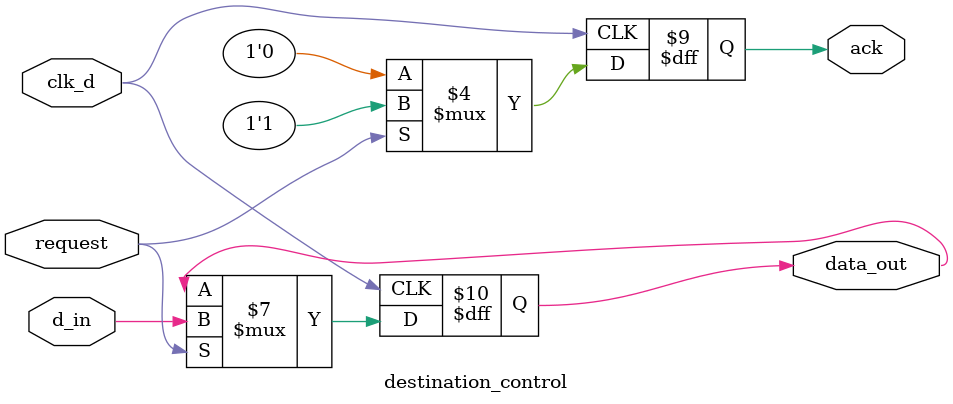
<source format=v>
`timescale 1ns / 1ps


module destination_control(
    input clk_d,
    input d_in,
    input request,
    output reg ack,
    output reg data_out
    );
    
    always @(posedge clk_d)
    begin
        if (request == 1)
        begin
            data_out = d_in;
            ack = 1;
        end
        else
            ack = 0;
    end
    
endmodule

</source>
